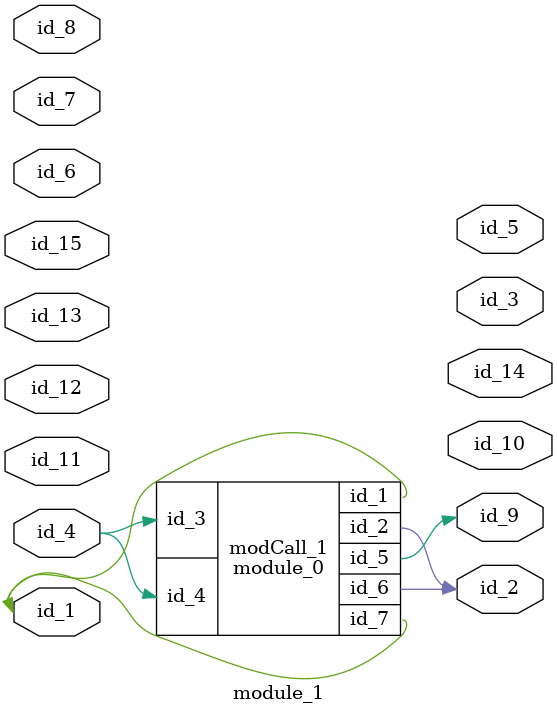
<source format=v>
module module_0 (
    id_1,
    id_2,
    id_3,
    id_4,
    id_5,
    id_6,
    id_7
);
  output wire id_7;
  output wire id_6;
  output wire id_5;
  input wire id_4;
  input wire id_3;
  output wire id_2;
  output wire id_1;
  always @(posedge id_3);
endmodule
module module_1 (
    id_1,
    id_2,
    id_3,
    id_4,
    id_5,
    id_6,
    id_7,
    id_8,
    id_9,
    id_10,
    id_11,
    id_12,
    id_13,
    id_14,
    id_15
);
  input wire id_15;
  output wire id_14;
  input wire id_13;
  input wire id_12;
  input wire id_11;
  output wire id_10;
  output wire id_9;
  input wire id_8;
  input wire id_7;
  inout wire id_6;
  output wire id_5;
  input wire id_4;
  output wire id_3;
  output wire id_2;
  inout wire id_1;
  assign id_6[1] = 1;
  module_0 modCall_1 (
      id_1,
      id_2,
      id_4,
      id_4,
      id_9,
      id_2,
      id_1
  );
endmodule

</source>
